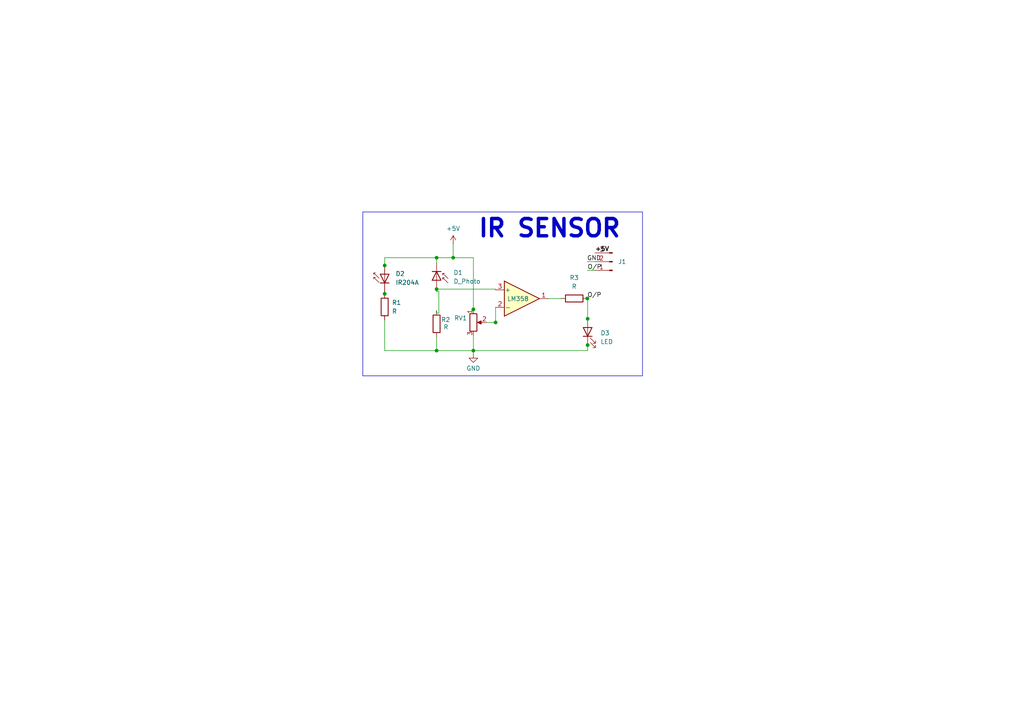
<source format=kicad_sch>
(kicad_sch (version 20230121) (generator eeschema)

  (uuid 8e959086-53f3-47e0-af52-ee72c907fc72)

  (paper "A4")

  (lib_symbols
    (symbol "Amplifier_Operational:LM358" (pin_names (offset 0.127)) (in_bom yes) (on_board yes)
      (property "Reference" "U" (at 0 5.08 0)
        (effects (font (size 1.27 1.27)) (justify left))
      )
      (property "Value" "LM358" (at 0 -5.08 0)
        (effects (font (size 1.27 1.27)) (justify left))
      )
      (property "Footprint" "" (at 0 0 0)
        (effects (font (size 1.27 1.27)) hide)
      )
      (property "Datasheet" "http://www.ti.com/lit/ds/symlink/lm2904-n.pdf" (at 0 0 0)
        (effects (font (size 1.27 1.27)) hide)
      )
      (property "ki_locked" "" (at 0 0 0)
        (effects (font (size 1.27 1.27)))
      )
      (property "ki_keywords" "dual opamp" (at 0 0 0)
        (effects (font (size 1.27 1.27)) hide)
      )
      (property "ki_description" "Low-Power, Dual Operational Amplifiers, DIP-8/SOIC-8/TO-99-8" (at 0 0 0)
        (effects (font (size 1.27 1.27)) hide)
      )
      (property "ki_fp_filters" "SOIC*3.9x4.9mm*P1.27mm* DIP*W7.62mm* TO*99* OnSemi*Micro8* TSSOP*3x3mm*P0.65mm* TSSOP*4.4x3mm*P0.65mm* MSOP*3x3mm*P0.65mm* SSOP*3.9x4.9mm*P0.635mm* LFCSP*2x2mm*P0.5mm* *SIP* SOIC*5.3x6.2mm*P1.27mm*" (at 0 0 0)
        (effects (font (size 1.27 1.27)) hide)
      )
      (symbol "LM358_1_1"
        (polyline
          (pts
            (xy -5.08 5.08)
            (xy 5.08 0)
            (xy -5.08 -5.08)
            (xy -5.08 5.08)
          )
          (stroke (width 0.254) (type default))
          (fill (type background))
        )
        (pin output line (at 7.62 0 180) (length 2.54)
          (name "~" (effects (font (size 1.27 1.27))))
          (number "1" (effects (font (size 1.27 1.27))))
        )
        (pin input line (at -7.62 -2.54 0) (length 2.54)
          (name "-" (effects (font (size 1.27 1.27))))
          (number "2" (effects (font (size 1.27 1.27))))
        )
        (pin input line (at -7.62 2.54 0) (length 2.54)
          (name "+" (effects (font (size 1.27 1.27))))
          (number "3" (effects (font (size 1.27 1.27))))
        )
      )
      (symbol "LM358_2_1"
        (polyline
          (pts
            (xy -5.08 5.08)
            (xy 5.08 0)
            (xy -5.08 -5.08)
            (xy -5.08 5.08)
          )
          (stroke (width 0.254) (type default))
          (fill (type background))
        )
        (pin input line (at -7.62 2.54 0) (length 2.54)
          (name "+" (effects (font (size 1.27 1.27))))
          (number "5" (effects (font (size 1.27 1.27))))
        )
        (pin input line (at -7.62 -2.54 0) (length 2.54)
          (name "-" (effects (font (size 1.27 1.27))))
          (number "6" (effects (font (size 1.27 1.27))))
        )
        (pin output line (at 7.62 0 180) (length 2.54)
          (name "~" (effects (font (size 1.27 1.27))))
          (number "7" (effects (font (size 1.27 1.27))))
        )
      )
      (symbol "LM358_3_1"
        (pin power_in line (at -2.54 -7.62 90) (length 3.81)
          (name "V-" (effects (font (size 1.27 1.27))))
          (number "4" (effects (font (size 1.27 1.27))))
        )
        (pin power_in line (at -2.54 7.62 270) (length 3.81)
          (name "V+" (effects (font (size 1.27 1.27))))
          (number "8" (effects (font (size 1.27 1.27))))
        )
      )
    )
    (symbol "Connector:Conn_01x03_Pin" (pin_names (offset 1.016) hide) (in_bom yes) (on_board yes)
      (property "Reference" "J" (at 0 5.08 0)
        (effects (font (size 1.27 1.27)))
      )
      (property "Value" "Conn_01x03_Pin" (at 0 -5.08 0)
        (effects (font (size 1.27 1.27)))
      )
      (property "Footprint" "" (at 0 0 0)
        (effects (font (size 1.27 1.27)) hide)
      )
      (property "Datasheet" "~" (at 0 0 0)
        (effects (font (size 1.27 1.27)) hide)
      )
      (property "ki_locked" "" (at 0 0 0)
        (effects (font (size 1.27 1.27)))
      )
      (property "ki_keywords" "connector" (at 0 0 0)
        (effects (font (size 1.27 1.27)) hide)
      )
      (property "ki_description" "Generic connector, single row, 01x03, script generated" (at 0 0 0)
        (effects (font (size 1.27 1.27)) hide)
      )
      (property "ki_fp_filters" "Connector*:*_1x??_*" (at 0 0 0)
        (effects (font (size 1.27 1.27)) hide)
      )
      (symbol "Conn_01x03_Pin_1_1"
        (polyline
          (pts
            (xy 1.27 -2.54)
            (xy 0.8636 -2.54)
          )
          (stroke (width 0.1524) (type default))
          (fill (type none))
        )
        (polyline
          (pts
            (xy 1.27 0)
            (xy 0.8636 0)
          )
          (stroke (width 0.1524) (type default))
          (fill (type none))
        )
        (polyline
          (pts
            (xy 1.27 2.54)
            (xy 0.8636 2.54)
          )
          (stroke (width 0.1524) (type default))
          (fill (type none))
        )
        (rectangle (start 0.8636 -2.413) (end 0 -2.667)
          (stroke (width 0.1524) (type default))
          (fill (type outline))
        )
        (rectangle (start 0.8636 0.127) (end 0 -0.127)
          (stroke (width 0.1524) (type default))
          (fill (type outline))
        )
        (rectangle (start 0.8636 2.667) (end 0 2.413)
          (stroke (width 0.1524) (type default))
          (fill (type outline))
        )
        (pin passive line (at 5.08 2.54 180) (length 3.81)
          (name "Pin_1" (effects (font (size 1.27 1.27))))
          (number "1" (effects (font (size 1.27 1.27))))
        )
        (pin passive line (at 5.08 0 180) (length 3.81)
          (name "Pin_2" (effects (font (size 1.27 1.27))))
          (number "2" (effects (font (size 1.27 1.27))))
        )
        (pin passive line (at 5.08 -2.54 180) (length 3.81)
          (name "Pin_3" (effects (font (size 1.27 1.27))))
          (number "3" (effects (font (size 1.27 1.27))))
        )
      )
    )
    (symbol "Device:D_Photo" (pin_numbers hide) (pin_names hide) (in_bom yes) (on_board yes)
      (property "Reference" "D" (at 0.508 1.778 0)
        (effects (font (size 1.27 1.27)) (justify left))
      )
      (property "Value" "D_Photo" (at -1.016 -2.794 0)
        (effects (font (size 1.27 1.27)))
      )
      (property "Footprint" "" (at -1.27 0 0)
        (effects (font (size 1.27 1.27)) hide)
      )
      (property "Datasheet" "~" (at -1.27 0 0)
        (effects (font (size 1.27 1.27)) hide)
      )
      (property "ki_keywords" "photodiode diode opto" (at 0 0 0)
        (effects (font (size 1.27 1.27)) hide)
      )
      (property "ki_description" "Photodiode" (at 0 0 0)
        (effects (font (size 1.27 1.27)) hide)
      )
      (symbol "D_Photo_0_1"
        (polyline
          (pts
            (xy -2.54 1.27)
            (xy -2.54 -1.27)
          )
          (stroke (width 0.254) (type default))
          (fill (type none))
        )
        (polyline
          (pts
            (xy -2.032 1.778)
            (xy -1.524 1.778)
          )
          (stroke (width 0) (type default))
          (fill (type none))
        )
        (polyline
          (pts
            (xy 0 0)
            (xy -2.54 0)
          )
          (stroke (width 0) (type default))
          (fill (type none))
        )
        (polyline
          (pts
            (xy -0.508 3.302)
            (xy -2.032 1.778)
            (xy -2.032 2.286)
          )
          (stroke (width 0) (type default))
          (fill (type none))
        )
        (polyline
          (pts
            (xy 0 -1.27)
            (xy 0 1.27)
            (xy -2.54 0)
            (xy 0 -1.27)
          )
          (stroke (width 0.254) (type default))
          (fill (type none))
        )
        (polyline
          (pts
            (xy 0.762 3.302)
            (xy -0.762 1.778)
            (xy -0.762 2.286)
            (xy -0.762 1.778)
            (xy -0.254 1.778)
          )
          (stroke (width 0) (type default))
          (fill (type none))
        )
      )
      (symbol "D_Photo_1_1"
        (pin passive line (at -5.08 0 0) (length 2.54)
          (name "K" (effects (font (size 1.27 1.27))))
          (number "1" (effects (font (size 1.27 1.27))))
        )
        (pin passive line (at 2.54 0 180) (length 2.54)
          (name "A" (effects (font (size 1.27 1.27))))
          (number "2" (effects (font (size 1.27 1.27))))
        )
      )
    )
    (symbol "Device:LED" (pin_numbers hide) (pin_names (offset 1.016) hide) (in_bom yes) (on_board yes)
      (property "Reference" "D" (at 0 2.54 0)
        (effects (font (size 1.27 1.27)))
      )
      (property "Value" "LED" (at 0 -2.54 0)
        (effects (font (size 1.27 1.27)))
      )
      (property "Footprint" "" (at 0 0 0)
        (effects (font (size 1.27 1.27)) hide)
      )
      (property "Datasheet" "~" (at 0 0 0)
        (effects (font (size 1.27 1.27)) hide)
      )
      (property "ki_keywords" "LED diode" (at 0 0 0)
        (effects (font (size 1.27 1.27)) hide)
      )
      (property "ki_description" "Light emitting diode" (at 0 0 0)
        (effects (font (size 1.27 1.27)) hide)
      )
      (property "ki_fp_filters" "LED* LED_SMD:* LED_THT:*" (at 0 0 0)
        (effects (font (size 1.27 1.27)) hide)
      )
      (symbol "LED_0_1"
        (polyline
          (pts
            (xy -1.27 -1.27)
            (xy -1.27 1.27)
          )
          (stroke (width 0.254) (type default))
          (fill (type none))
        )
        (polyline
          (pts
            (xy -1.27 0)
            (xy 1.27 0)
          )
          (stroke (width 0) (type default))
          (fill (type none))
        )
        (polyline
          (pts
            (xy 1.27 -1.27)
            (xy 1.27 1.27)
            (xy -1.27 0)
            (xy 1.27 -1.27)
          )
          (stroke (width 0.254) (type default))
          (fill (type none))
        )
        (polyline
          (pts
            (xy -3.048 -0.762)
            (xy -4.572 -2.286)
            (xy -3.81 -2.286)
            (xy -4.572 -2.286)
            (xy -4.572 -1.524)
          )
          (stroke (width 0) (type default))
          (fill (type none))
        )
        (polyline
          (pts
            (xy -1.778 -0.762)
            (xy -3.302 -2.286)
            (xy -2.54 -2.286)
            (xy -3.302 -2.286)
            (xy -3.302 -1.524)
          )
          (stroke (width 0) (type default))
          (fill (type none))
        )
      )
      (symbol "LED_1_1"
        (pin passive line (at -3.81 0 0) (length 2.54)
          (name "K" (effects (font (size 1.27 1.27))))
          (number "1" (effects (font (size 1.27 1.27))))
        )
        (pin passive line (at 3.81 0 180) (length 2.54)
          (name "A" (effects (font (size 1.27 1.27))))
          (number "2" (effects (font (size 1.27 1.27))))
        )
      )
    )
    (symbol "Device:R" (pin_numbers hide) (pin_names (offset 0)) (in_bom yes) (on_board yes)
      (property "Reference" "R" (at 2.032 0 90)
        (effects (font (size 1.27 1.27)))
      )
      (property "Value" "R" (at 0 0 90)
        (effects (font (size 1.27 1.27)))
      )
      (property "Footprint" "" (at -1.778 0 90)
        (effects (font (size 1.27 1.27)) hide)
      )
      (property "Datasheet" "~" (at 0 0 0)
        (effects (font (size 1.27 1.27)) hide)
      )
      (property "ki_keywords" "R res resistor" (at 0 0 0)
        (effects (font (size 1.27 1.27)) hide)
      )
      (property "ki_description" "Resistor" (at 0 0 0)
        (effects (font (size 1.27 1.27)) hide)
      )
      (property "ki_fp_filters" "R_*" (at 0 0 0)
        (effects (font (size 1.27 1.27)) hide)
      )
      (symbol "R_0_1"
        (rectangle (start -1.016 -2.54) (end 1.016 2.54)
          (stroke (width 0.254) (type default))
          (fill (type none))
        )
      )
      (symbol "R_1_1"
        (pin passive line (at 0 3.81 270) (length 1.27)
          (name "~" (effects (font (size 1.27 1.27))))
          (number "1" (effects (font (size 1.27 1.27))))
        )
        (pin passive line (at 0 -3.81 90) (length 1.27)
          (name "~" (effects (font (size 1.27 1.27))))
          (number "2" (effects (font (size 1.27 1.27))))
        )
      )
    )
    (symbol "Device:R_Potentiometer" (pin_names (offset 1.016) hide) (in_bom yes) (on_board yes)
      (property "Reference" "RV" (at -4.445 0 90)
        (effects (font (size 1.27 1.27)))
      )
      (property "Value" "R_Potentiometer" (at -2.54 0 90)
        (effects (font (size 1.27 1.27)))
      )
      (property "Footprint" "" (at 0 0 0)
        (effects (font (size 1.27 1.27)) hide)
      )
      (property "Datasheet" "~" (at 0 0 0)
        (effects (font (size 1.27 1.27)) hide)
      )
      (property "ki_keywords" "resistor variable" (at 0 0 0)
        (effects (font (size 1.27 1.27)) hide)
      )
      (property "ki_description" "Potentiometer" (at 0 0 0)
        (effects (font (size 1.27 1.27)) hide)
      )
      (property "ki_fp_filters" "Potentiometer*" (at 0 0 0)
        (effects (font (size 1.27 1.27)) hide)
      )
      (symbol "R_Potentiometer_0_1"
        (polyline
          (pts
            (xy 2.54 0)
            (xy 1.524 0)
          )
          (stroke (width 0) (type default))
          (fill (type none))
        )
        (polyline
          (pts
            (xy 1.143 0)
            (xy 2.286 0.508)
            (xy 2.286 -0.508)
            (xy 1.143 0)
          )
          (stroke (width 0) (type default))
          (fill (type outline))
        )
        (rectangle (start 1.016 2.54) (end -1.016 -2.54)
          (stroke (width 0.254) (type default))
          (fill (type none))
        )
      )
      (symbol "R_Potentiometer_1_1"
        (pin passive line (at 0 3.81 270) (length 1.27)
          (name "1" (effects (font (size 1.27 1.27))))
          (number "1" (effects (font (size 1.27 1.27))))
        )
        (pin passive line (at 3.81 0 180) (length 1.27)
          (name "2" (effects (font (size 1.27 1.27))))
          (number "2" (effects (font (size 1.27 1.27))))
        )
        (pin passive line (at 0 -3.81 90) (length 1.27)
          (name "3" (effects (font (size 1.27 1.27))))
          (number "3" (effects (font (size 1.27 1.27))))
        )
      )
    )
    (symbol "LED:IR204A" (pin_numbers hide) (pin_names (offset 1.016) hide) (in_bom yes) (on_board yes)
      (property "Reference" "D" (at 0.508 1.778 0)
        (effects (font (size 1.27 1.27)) (justify left))
      )
      (property "Value" "IR204A" (at -1.016 -2.794 0)
        (effects (font (size 1.27 1.27)))
      )
      (property "Footprint" "LED_THT:LED_D3.0mm_IRBlack" (at 0 4.445 0)
        (effects (font (size 1.27 1.27)) hide)
      )
      (property "Datasheet" "http://www.everlight.com/file/ProductFile/IR204-A.pdf" (at -1.27 0 0)
        (effects (font (size 1.27 1.27)) hide)
      )
      (property "ki_keywords" "opto IR LED" (at 0 0 0)
        (effects (font (size 1.27 1.27)) hide)
      )
      (property "ki_description" "Infrared LED , 3mm LED package" (at 0 0 0)
        (effects (font (size 1.27 1.27)) hide)
      )
      (property "ki_fp_filters" "LED*3.0mm*IRBlack*" (at 0 0 0)
        (effects (font (size 1.27 1.27)) hide)
      )
      (symbol "IR204A_0_1"
        (polyline
          (pts
            (xy -2.54 1.27)
            (xy -2.54 -1.27)
          )
          (stroke (width 0.254) (type default))
          (fill (type none))
        )
        (polyline
          (pts
            (xy 0 0)
            (xy -2.54 0)
          )
          (stroke (width 0) (type default))
          (fill (type none))
        )
        (polyline
          (pts
            (xy 0.381 3.175)
            (xy -0.127 3.175)
          )
          (stroke (width 0) (type default))
          (fill (type none))
        )
        (polyline
          (pts
            (xy -1.143 1.651)
            (xy 0.381 3.175)
            (xy 0.381 2.667)
          )
          (stroke (width 0) (type default))
          (fill (type none))
        )
        (polyline
          (pts
            (xy 0 1.27)
            (xy -2.54 0)
            (xy 0 -1.27)
            (xy 0 1.27)
          )
          (stroke (width 0.254) (type default))
          (fill (type none))
        )
        (polyline
          (pts
            (xy -2.413 1.651)
            (xy -0.889 3.175)
            (xy -0.889 2.667)
            (xy -0.889 3.175)
            (xy -1.397 3.175)
          )
          (stroke (width 0) (type default))
          (fill (type none))
        )
      )
      (symbol "IR204A_1_1"
        (pin passive line (at -5.08 0 0) (length 2.54)
          (name "K" (effects (font (size 1.27 1.27))))
          (number "1" (effects (font (size 1.27 1.27))))
        )
        (pin passive line (at 2.54 0 180) (length 2.54)
          (name "A" (effects (font (size 1.27 1.27))))
          (number "2" (effects (font (size 1.27 1.27))))
        )
      )
    )
    (symbol "power:+5V" (power) (pin_names (offset 0)) (in_bom yes) (on_board yes)
      (property "Reference" "#PWR" (at 0 -3.81 0)
        (effects (font (size 1.27 1.27)) hide)
      )
      (property "Value" "+5V" (at 0 3.556 0)
        (effects (font (size 1.27 1.27)))
      )
      (property "Footprint" "" (at 0 0 0)
        (effects (font (size 1.27 1.27)) hide)
      )
      (property "Datasheet" "" (at 0 0 0)
        (effects (font (size 1.27 1.27)) hide)
      )
      (property "ki_keywords" "global power" (at 0 0 0)
        (effects (font (size 1.27 1.27)) hide)
      )
      (property "ki_description" "Power symbol creates a global label with name \"+5V\"" (at 0 0 0)
        (effects (font (size 1.27 1.27)) hide)
      )
      (symbol "+5V_0_1"
        (polyline
          (pts
            (xy -0.762 1.27)
            (xy 0 2.54)
          )
          (stroke (width 0) (type default))
          (fill (type none))
        )
        (polyline
          (pts
            (xy 0 0)
            (xy 0 2.54)
          )
          (stroke (width 0) (type default))
          (fill (type none))
        )
        (polyline
          (pts
            (xy 0 2.54)
            (xy 0.762 1.27)
          )
          (stroke (width 0) (type default))
          (fill (type none))
        )
      )
      (symbol "+5V_1_1"
        (pin power_in line (at 0 0 90) (length 0) hide
          (name "+5V" (effects (font (size 1.27 1.27))))
          (number "1" (effects (font (size 1.27 1.27))))
        )
      )
    )
    (symbol "power:GND" (power) (pin_names (offset 0)) (in_bom yes) (on_board yes)
      (property "Reference" "#PWR" (at 0 -6.35 0)
        (effects (font (size 1.27 1.27)) hide)
      )
      (property "Value" "GND" (at 0 -3.81 0)
        (effects (font (size 1.27 1.27)))
      )
      (property "Footprint" "" (at 0 0 0)
        (effects (font (size 1.27 1.27)) hide)
      )
      (property "Datasheet" "" (at 0 0 0)
        (effects (font (size 1.27 1.27)) hide)
      )
      (property "ki_keywords" "global power" (at 0 0 0)
        (effects (font (size 1.27 1.27)) hide)
      )
      (property "ki_description" "Power symbol creates a global label with name \"GND\" , ground" (at 0 0 0)
        (effects (font (size 1.27 1.27)) hide)
      )
      (symbol "GND_0_1"
        (polyline
          (pts
            (xy 0 0)
            (xy 0 -1.27)
            (xy 1.27 -1.27)
            (xy 0 -2.54)
            (xy -1.27 -1.27)
            (xy 0 -1.27)
          )
          (stroke (width 0) (type default))
          (fill (type none))
        )
      )
      (symbol "GND_1_1"
        (pin power_in line (at 0 0 270) (length 0) hide
          (name "GND" (effects (font (size 1.27 1.27))))
          (number "1" (effects (font (size 1.27 1.27))))
        )
      )
    )
  )

  (junction (at 126.63 83.86) (diameter 0) (color 0 0 0 0)
    (uuid 0077d6ac-f2ac-4ac4-a082-6464d9a74561)
  )
  (junction (at 170.44 100.08) (diameter 0) (color 0 0 0 0)
    (uuid 2db2988f-3708-45e3-99ad-76697354410c)
  )
  (junction (at 131.44 74.75) (diameter 0) (color 0 0 0 0)
    (uuid 2f6e9205-df63-4b2b-bd62-de816a2454b6)
  )
  (junction (at 137.3 89.72) (diameter 0) (color 0 0 0 0)
    (uuid 3401f619-52d4-4d9a-987d-8ec961da8d30)
  )
  (junction (at 126.63 101.69) (diameter 0) (color 0 0 0 0)
    (uuid 3d722e88-22bc-4d7c-a135-42e7b2eeb1c3)
  )
  (junction (at 111.57 85.22) (diameter 0) (color 0 0 0 0)
    (uuid 400c2501-6d90-4a8e-8f8d-452b6e624b0b)
  )
  (junction (at 137.29 101.69) (diameter 0) (color 0 0 0 0)
    (uuid 4c6a4d6e-5715-4192-b210-f3a6fa7c6ef8)
  )
  (junction (at 170.36 86.57) (diameter 0) (color 0 0 0 0)
    (uuid 95a761ff-339b-4baa-8a8a-e8db39f89a40)
  )
  (junction (at 170.44 92.46) (diameter 0) (color 0 0 0 0)
    (uuid a3779659-7483-44bc-94e9-2a81e6a66433)
  )
  (junction (at 111.57 76.99) (diameter 0) (color 0 0 0 0)
    (uuid ca566bcc-af68-4fa5-8fc2-656e09536a2c)
  )
  (junction (at 143.74 93.53) (diameter 0) (color 0 0 0 0)
    (uuid e4ed6fec-4120-471b-bce6-5077a80abdb2)
  )
  (junction (at 126.63 74.75) (diameter 0) (color 0 0 0 0)
    (uuid f21d71dc-3ed7-4a83-9672-b93cfc75bc8c)
  )

  (wire (pts (xy 126.63 83.86) (xy 143.74 83.86))
    (stroke (width 0) (type default))
    (uuid 0357838b-0865-461f-8cc8-ce667b36ffc9)
  )
  (wire (pts (xy 126.59 90.12) (xy 126.63 90.12))
    (stroke (width 0) (type default))
    (uuid 05876de5-5ef9-4ee0-9cfe-8ffa39895b93)
  )
  (wire (pts (xy 126.63 74.75) (xy 131.44 74.75))
    (stroke (width 0) (type default))
    (uuid 076565ba-0f55-4e2f-ad23-54d15afdace8)
  )
  (wire (pts (xy 126.63 83.86) (xy 126.63 84.53))
    (stroke (width 0) (type default))
    (uuid 1d6f1abb-89f5-48ef-9cad-8bda0c59c7ae)
  )
  (wire (pts (xy 137.29 101.69) (xy 137.3 101.69))
    (stroke (width 0) (type default))
    (uuid 1ed61e17-2c93-4e11-9811-3277bb87030f)
  )
  (wire (pts (xy 126.59 90.81) (xy 126.59 90.12))
    (stroke (width 0) (type default))
    (uuid 2fbf0dff-1c6c-4584-99a2-27bb5a66117d)
  )
  (wire (pts (xy 143.74 93.53) (xy 143.75 93.53))
    (stroke (width 0) (type default))
    (uuid 312a9e61-0c9e-4901-b237-d265a700ca9c)
  )
  (wire (pts (xy 162.74 86.61) (xy 162.74 86.57))
    (stroke (width 0) (type default))
    (uuid 32dfbd3f-54d0-44df-a592-8dff912b8338)
  )
  (wire (pts (xy 170.44 100.08) (xy 170.44 101.67))
    (stroke (width 0) (type default))
    (uuid 34aaab25-46ed-44c0-846d-2933dc5d15ce)
  )
  (wire (pts (xy 137.3 89.72) (xy 137.3 89.74))
    (stroke (width 0) (type default))
    (uuid 39687a86-7f32-4f62-b83c-cf0a8fc2db14)
  )
  (wire (pts (xy 131.44 70.87) (xy 131.44 74.75))
    (stroke (width 0) (type default))
    (uuid 49bb5735-d006-4b83-af36-60ec5d793aaa)
  )
  (wire (pts (xy 127.28 90.81) (xy 127.28 84.53))
    (stroke (width 0) (type default))
    (uuid 51f1ba23-c9f2-441a-b47b-057575114dc7)
  )
  (wire (pts (xy 126.63 76.21) (xy 126.63 74.75))
    (stroke (width 0) (type default))
    (uuid 529ee852-2cb5-4d8c-8ee4-78bb569a9d2c)
  )
  (wire (pts (xy 141.11 93.53) (xy 143.74 93.53))
    (stroke (width 0) (type default))
    (uuid 5451a2a7-d620-43ff-8880-066ffac457ee)
  )
  (wire (pts (xy 170.44 92.47) (xy 170.44 92.46))
    (stroke (width 0) (type default))
    (uuid 5a9b9261-ead3-4ce4-8fd5-46623c012ca1)
  )
  (wire (pts (xy 111.57 77.02) (xy 111.57 76.99))
    (stroke (width 0) (type default))
    (uuid 5de94428-22fe-4de4-9f91-85d6ab8bdd71)
  )
  (wire (pts (xy 170.36 86.57) (xy 170.44 86.57))
    (stroke (width 0) (type default))
    (uuid 61036981-6239-4f6f-b35a-ff93bc307e78)
  )
  (wire (pts (xy 170.34 86.57) (xy 170.36 86.57))
    (stroke (width 0) (type default))
    (uuid 6195e9e3-7670-4693-be5b-363e9e8461b7)
  )
  (wire (pts (xy 126.63 84.53) (xy 127.28 84.53))
    (stroke (width 0) (type default))
    (uuid 6358fbe5-ccfb-410a-af0a-f347a3acf056)
  )
  (wire (pts (xy 126.63 97.74) (xy 126.63 101.69))
    (stroke (width 0) (type default))
    (uuid 675a6b66-ceda-47bd-a710-dc8840d784ea)
  )
  (wire (pts (xy 126.63 83.83) (xy 126.63 83.86))
    (stroke (width 0) (type default))
    (uuid 69e01719-6db4-43f6-a02b-ba223963832b)
  )
  (wire (pts (xy 137.29 101.67) (xy 137.29 101.69))
    (stroke (width 0) (type default))
    (uuid 6d34ece8-57e9-4782-b09b-b82d8ec3a9fa)
  )
  (wire (pts (xy 143.74 89.15) (xy 143.74 93.53))
    (stroke (width 0) (type default))
    (uuid 86fba9d9-2f2f-4859-b224-7688d57f0eb0)
  )
  (wire (pts (xy 137.3 101.69) (xy 137.3 97.34))
    (stroke (width 0) (type default))
    (uuid 8f0d2430-dcce-4e95-bda8-16581b29e6fd)
  )
  (wire (pts (xy 137.29 101.69) (xy 137.29 102.6))
    (stroke (width 0) (type default))
    (uuid 9000f5c9-2542-440e-863f-ea6dc1232bc4)
  )
  (wire (pts (xy 170.44 100.07) (xy 170.44 100.08))
    (stroke (width 0) (type default))
    (uuid 90daceb0-eb36-4046-9b41-345c55beb8ba)
  )
  (wire (pts (xy 111.57 84.61) (xy 111.57 85.22))
    (stroke (width 0) (type default))
    (uuid 9b79faf1-3ce1-4439-8f47-a007bc3a2da2)
  )
  (wire (pts (xy 143.74 83.86) (xy 143.74 84.07))
    (stroke (width 0) (type default))
    (uuid 9c219051-47bf-400b-9509-a6c5a00478f0)
  )
  (wire (pts (xy 127.28 90.81) (xy 126.59 90.81))
    (stroke (width 0) (type default))
    (uuid 9d633f10-a784-4b86-b35a-5d619f67be02)
  )
  (wire (pts (xy 111.57 74.75) (xy 126.63 74.75))
    (stroke (width 0) (type default))
    (uuid a232c0f1-85af-4b81-aecc-c4ed54e644da)
  )
  (wire (pts (xy 170.38 78.43) (xy 172.56 78.43))
    (stroke (width 0) (type default))
    (uuid b67df96e-b9e4-4a7c-a0db-1be371b5a0d0)
  )
  (wire (pts (xy 172.56 75.89) (xy 170.26 75.89))
    (stroke (width 0) (type default))
    (uuid bdf124a9-4cf0-4aa3-8e23-703937092b94)
  )
  (wire (pts (xy 111.57 101.69) (xy 126.63 101.69))
    (stroke (width 0) (type default))
    (uuid c9668d42-cb33-4201-b9c8-f83dccccfd89)
  )
  (wire (pts (xy 170.44 92.46) (xy 170.44 86.57))
    (stroke (width 0) (type default))
    (uuid ca3e269b-1b11-49f1-98ee-5efd45d14744)
  )
  (wire (pts (xy 126.63 101.69) (xy 137.29 101.69))
    (stroke (width 0) (type default))
    (uuid d7aa0d6c-a549-423f-a574-569b4fdd904d)
  )
  (wire (pts (xy 158.98 86.61) (xy 162.74 86.61))
    (stroke (width 0) (type default))
    (uuid e47c9a27-7d89-4255-9af9-ac533493c136)
  )
  (wire (pts (xy 137.3 74.75) (xy 137.3 89.72))
    (stroke (width 0) (type default))
    (uuid e6ce390f-c2d3-410e-849f-51e5ab6dbb8f)
  )
  (wire (pts (xy 111.57 76.99) (xy 111.57 74.75))
    (stroke (width 0) (type default))
    (uuid e9158bce-31ab-4a89-982c-16519755ad43)
  )
  (wire (pts (xy 170.44 101.67) (xy 137.29 101.67))
    (stroke (width 0) (type default))
    (uuid eb129504-a7a9-4b49-83ea-d34fbab697be)
  )
  (wire (pts (xy 131.44 74.75) (xy 137.3 74.75))
    (stroke (width 0) (type default))
    (uuid ef74c325-e3e8-4e7c-a9e9-c5401b3ea641)
  )
  (wire (pts (xy 111.57 101.69) (xy 111.57 92.84))
    (stroke (width 0) (type default))
    (uuid f100da0a-3a3a-4814-b9f3-7f1075dfce79)
  )
  (wire (pts (xy 111.57 85.22) (xy 111.57 85.27))
    (stroke (width 0) (type default))
    (uuid f7583c1c-996f-44c9-8174-233372cb1fec)
  )

  (rectangle (start 105.23 61.48) (end 186.35 109.01)
    (stroke (width 0) (type default))
    (fill (type none))
    (uuid ec7d9b96-6e3b-4f23-a369-95f9a0919a47)
  )

  (text "IR SENSOR" (at 138.38 69.3 0)
    (effects (font (size 5 5) bold) (justify left bottom))
    (uuid 0d0fb6d1-01a4-4b1a-b719-6c5098afc4c5)
  )

  (label "GND" (at 170.26 75.89 0) (fields_autoplaced)
    (effects (font (size 1.27 1.27)) (justify left bottom))
    (uuid 2bf31920-5f87-44b2-82f3-22c887d838a4)
  )
  (label "O{slash}P" (at 170.34 86.57 0) (fields_autoplaced)
    (effects (font (size 1.27 1.27)) (justify left bottom))
    (uuid 8058c542-c7ce-4105-89b0-040eec66cc96)
  )
  (label "+5V" (at 172.56 73.35 0) (fields_autoplaced)
    (effects (font (size 1.27 1.27) bold) (justify left bottom))
    (uuid 8c74fa2a-64f5-45ab-ac9b-eb79ee32b112)
  )
  (label "O{slash}P" (at 170.38 78.43 0) (fields_autoplaced)
    (effects (font (size 1.27 1.27)) (justify left bottom))
    (uuid bce90e5c-3677-47e4-9159-e21535a525de)
  )

  (symbol (lib_id "Connector:Conn_01x03_Pin") (at 177.64 75.89 180) (unit 1)
    (in_bom yes) (on_board yes) (dnp no)
    (uuid 1a856c83-56c9-4b44-b876-364bdbfdb683)
    (property "Reference" "J1" (at 180.46 75.89 0)
      (effects (font (size 1.27 1.27)))
    )
    (property "Value" "Conn_01x03_Pin" (at 177.005 80.73 0)
      (effects (font (size 1.27 1.27)) hide)
    )
    (property "Footprint" "Connector_PinHeader_2.54mm:PinHeader_1x03_P2.54mm_Vertical" (at 177.64 75.89 0)
      (effects (font (size 1.27 1.27)) hide)
    )
    (property "Datasheet" "~" (at 177.64 75.89 0)
      (effects (font (size 1.27 1.27)) hide)
    )
    (pin "1" (uuid cc6faf35-091b-4ad9-856c-e10fe6974a29))
    (pin "2" (uuid 105d4864-2781-44ba-8912-24ae7dce5814))
    (pin "3" (uuid 87d30427-2e3d-4707-acdb-f37722708ded))
    (instances
      (project "ir_project"
        (path "/8e959086-53f3-47e0-af52-ee72c907fc72"
          (reference "J1") (unit 1)
        )
      )
    )
  )

  (symbol (lib_id "Device:D_Photo") (at 126.63 81.29 270) (unit 1)
    (in_bom yes) (on_board yes) (dnp no) (fields_autoplaced)
    (uuid 3d056b24-68d7-48fe-b096-3c1c26fcbfd4)
    (property "Reference" "D1" (at 131.51 79.0675 90)
      (effects (font (size 1.27 1.27)) (justify left))
    )
    (property "Value" "D_Photo" (at 131.51 81.6075 90)
      (effects (font (size 1.27 1.27)) (justify left))
    )
    (property "Footprint" "LED_THT:LED_D3.0mm_IRBlack" (at 126.63 80.02 0)
      (effects (font (size 1.27 1.27)) hide)
    )
    (property "Datasheet" "~" (at 126.63 80.02 0)
      (effects (font (size 1.27 1.27)) hide)
    )
    (pin "1" (uuid f11f01ae-026c-48d8-8c5f-2c0a83c54c89))
    (pin "2" (uuid eefa7cec-8aa1-4dd0-96b6-aacbfc180bfd))
    (instances
      (project "ir_project"
        (path "/8e959086-53f3-47e0-af52-ee72c907fc72"
          (reference "D1") (unit 1)
        )
      )
    )
  )

  (symbol (lib_id "Device:R_Potentiometer") (at 137.3 93.53 0) (unit 1)
    (in_bom yes) (on_board yes) (dnp no) (fields_autoplaced)
    (uuid 46077614-10f1-40ce-ad9f-730a45ccd06a)
    (property "Reference" "RV1" (at 135.5 92.26 0)
      (effects (font (size 1.27 1.27)) (justify right))
    )
    (property "Value" "R_Potentiometer" (at 135.5 94.8 0)
      (effects (font (size 1.27 1.27)) (justify right) hide)
    )
    (property "Footprint" "Potentiometer_SMD:Potentiometer_ACP_CA6-VSMD_Vertical" (at 137.3 93.53 0)
      (effects (font (size 1.27 1.27)) hide)
    )
    (property "Datasheet" "~" (at 137.3 93.53 0)
      (effects (font (size 1.27 1.27)) hide)
    )
    (pin "1" (uuid 66b3170c-beff-46ac-a355-d2e6a2327bbd))
    (pin "2" (uuid d2505ccc-ec0b-4d49-8096-68d5b5afc1a6))
    (pin "3" (uuid 3427cb71-26c0-41f3-abc0-972b76c07509))
    (instances
      (project "ir_project"
        (path "/8e959086-53f3-47e0-af52-ee72c907fc72"
          (reference "RV1") (unit 1)
        )
      )
    )
  )

  (symbol (lib_id "Device:R") (at 111.57 89.03 0) (unit 1)
    (in_bom yes) (on_board yes) (dnp no) (fields_autoplaced)
    (uuid 75341aeb-60c1-4e15-b50a-e20befff43bd)
    (property "Reference" "R1" (at 113.67 87.76 0)
      (effects (font (size 1.27 1.27)) (justify left))
    )
    (property "Value" "R" (at 113.67 90.3 0)
      (effects (font (size 1.27 1.27)) (justify left))
    )
    (property "Footprint" "Resistor_SMD:R_0201_0603Metric" (at 109.792 89.03 90)
      (effects (font (size 1.27 1.27)) hide)
    )
    (property "Datasheet" "~" (at 111.57 89.03 0)
      (effects (font (size 1.27 1.27)) hide)
    )
    (pin "1" (uuid bd3e3d44-ca3c-40ce-85dd-4bfa6e06654b))
    (pin "2" (uuid b802bdd7-80ed-47d6-926f-7503b59d6965))
    (instances
      (project "ir_project"
        (path "/8e959086-53f3-47e0-af52-ee72c907fc72"
          (reference "R1") (unit 1)
        )
      )
    )
  )

  (symbol (lib_id "Amplifier_Operational:LM358") (at 151.36 86.61 0) (unit 1)
    (in_bom yes) (on_board yes) (dnp no)
    (uuid 774e8fb2-2abe-4ff3-ae8b-41ed11d407dd)
    (property "Reference" "U1" (at 151.36 76.5 0)
      (effects (font (size 1.27 1.27)) hide)
    )
    (property "Value" "LM358" (at 150.24 86.67 0)
      (effects (font (size 1.27 1.27)))
    )
    (property "Footprint" "Package_SO:HSOP-8-1EP_3.9x4.9mm_P1.27mm_EP2.41x3.1mm_ThermalVias" (at 151.36 86.61 0)
      (effects (font (size 1.27 1.27)) hide)
    )
    (property "Datasheet" "http://www.ti.com/lit/ds/symlink/lm2904-n.pdf" (at 151.36 86.61 0)
      (effects (font (size 1.27 1.27)) hide)
    )
    (pin "1" (uuid 0bfee6aa-6438-4355-8a62-c92aa317fee7))
    (pin "2" (uuid dd69e13c-bead-437b-a98c-148880885de1))
    (pin "3" (uuid 8042bd88-d6cd-4214-8577-0ee10680e201))
    (pin "5" (uuid eca1657d-79c8-4395-a651-397ada8a257b))
    (pin "6" (uuid c46ce4b5-3c4f-49cc-9c9f-74ee29a58cce))
    (pin "7" (uuid 43a652a6-e109-4144-aa48-d1281a9e9fb7))
    (pin "4" (uuid 72bb4752-4a3f-4c5c-8672-8421f2dbddaa))
    (pin "8" (uuid eec7d33b-1844-4bc7-a77a-e0e2ea3e7993))
    (instances
      (project "ir_project"
        (path "/8e959086-53f3-47e0-af52-ee72c907fc72"
          (reference "U1") (unit 1)
        )
      )
    )
  )

  (symbol (lib_id "power:GND") (at 137.29 102.6 0) (unit 1)
    (in_bom yes) (on_board yes) (dnp no) (fields_autoplaced)
    (uuid 94709832-e6a3-47ce-b4b5-d7e1c018ded7)
    (property "Reference" "#PWR01" (at 137.29 108.95 0)
      (effects (font (size 1.27 1.27)) hide)
    )
    (property "Value" "GND" (at 137.29 106.84 0)
      (effects (font (size 1.27 1.27)))
    )
    (property "Footprint" "" (at 137.29 102.6 0)
      (effects (font (size 1.27 1.27)) hide)
    )
    (property "Datasheet" "" (at 137.29 102.6 0)
      (effects (font (size 1.27 1.27)) hide)
    )
    (pin "1" (uuid 86395add-b225-455d-9e9e-052013fbc48b))
    (instances
      (project "ir_project"
        (path "/8e959086-53f3-47e0-af52-ee72c907fc72"
          (reference "#PWR01") (unit 1)
        )
      )
    )
  )

  (symbol (lib_id "LED:IR204A") (at 111.57 79.53 90) (unit 1)
    (in_bom yes) (on_board yes) (dnp no) (fields_autoplaced)
    (uuid afb076e4-9c11-4415-a3c0-c861880b96c5)
    (property "Reference" "D2" (at 114.71 79.403 90)
      (effects (font (size 1.27 1.27)) (justify right))
    )
    (property "Value" "IR204A" (at 114.71 81.943 90)
      (effects (font (size 1.27 1.27)) (justify right))
    )
    (property "Footprint" "LED_THT:LED_D3.0mm_IRBlack" (at 107.125 79.53 0)
      (effects (font (size 1.27 1.27)) hide)
    )
    (property "Datasheet" "http://www.everlight.com/file/ProductFile/IR204-A.pdf" (at 111.57 80.8 0)
      (effects (font (size 1.27 1.27)) hide)
    )
    (pin "1" (uuid cfd46baa-11a4-4cea-8ba0-d75f7e6f5ab7))
    (pin "2" (uuid 72113fa4-3d43-4618-878e-e758b6f2e8d8))
    (instances
      (project "ir_project"
        (path "/8e959086-53f3-47e0-af52-ee72c907fc72"
          (reference "D2") (unit 1)
        )
      )
    )
  )

  (symbol (lib_id "Device:R") (at 166.55 86.57 90) (unit 1)
    (in_bom yes) (on_board yes) (dnp no) (fields_autoplaced)
    (uuid ba56faa3-a0e6-46ce-8712-70516235850e)
    (property "Reference" "R3" (at 166.55 80.54 90)
      (effects (font (size 1.27 1.27)))
    )
    (property "Value" "R" (at 166.55 83.08 90)
      (effects (font (size 1.27 1.27)))
    )
    (property "Footprint" "Resistor_SMD:R_0201_0603Metric" (at 166.55 88.348 90)
      (effects (font (size 1.27 1.27)) hide)
    )
    (property "Datasheet" "~" (at 166.55 86.57 0)
      (effects (font (size 1.27 1.27)) hide)
    )
    (pin "1" (uuid 068c2fe3-0843-43da-a592-63910b8a5f8f))
    (pin "2" (uuid bf24e18f-785f-4be1-b897-31ee8aa45152))
    (instances
      (project "ir_project"
        (path "/8e959086-53f3-47e0-af52-ee72c907fc72"
          (reference "R3") (unit 1)
        )
      )
    )
  )

  (symbol (lib_id "power:+5V") (at 131.44 70.87 0) (unit 1)
    (in_bom yes) (on_board yes) (dnp no) (fields_autoplaced)
    (uuid e894aeac-7356-472c-a291-22b63571627b)
    (property "Reference" "#PWR02" (at 131.44 74.68 0)
      (effects (font (size 1.27 1.27)) hide)
    )
    (property "Value" "+5V" (at 131.44 66.3 0)
      (effects (font (size 1.27 1.27)))
    )
    (property "Footprint" "" (at 131.44 70.87 0)
      (effects (font (size 1.27 1.27)) hide)
    )
    (property "Datasheet" "" (at 131.44 70.87 0)
      (effects (font (size 1.27 1.27)) hide)
    )
    (pin "1" (uuid b4b4a8c4-0e86-4d92-a5c5-b73336e91aba))
    (instances
      (project "ir_project"
        (path "/8e959086-53f3-47e0-af52-ee72c907fc72"
          (reference "#PWR02") (unit 1)
        )
      )
    )
  )

  (symbol (lib_id "Device:LED") (at 170.44 96.27 90) (unit 1)
    (in_bom yes) (on_board yes) (dnp no) (fields_autoplaced)
    (uuid e9bf46f7-60ea-45b1-b096-07917850b07a)
    (property "Reference" "D3" (at 174.15 96.5875 90)
      (effects (font (size 1.27 1.27)) (justify right))
    )
    (property "Value" "LED" (at 174.15 99.1275 90)
      (effects (font (size 1.27 1.27)) (justify right))
    )
    (property "Footprint" "LED_SMD:LED_0201_0603Metric" (at 170.44 96.27 0)
      (effects (font (size 1.27 1.27)) hide)
    )
    (property "Datasheet" "~" (at 170.44 96.27 0)
      (effects (font (size 1.27 1.27)) hide)
    )
    (pin "1" (uuid 6112e7bc-ab32-49bc-acc9-0a9700961f67))
    (pin "2" (uuid 7f4e43bb-7049-4f7b-9f2a-6ff27e2abcfe))
    (instances
      (project "ir_project"
        (path "/8e959086-53f3-47e0-af52-ee72c907fc72"
          (reference "D3") (unit 1)
        )
      )
    )
  )

  (symbol (lib_id "Device:R") (at 126.63 93.93 0) (unit 1)
    (in_bom yes) (on_board yes) (dnp no)
    (uuid ed73579c-2d52-42e6-b858-790a8d5a7391)
    (property "Reference" "R2" (at 127.92 92.73 0)
      (effects (font (size 1.27 1.27)) (justify left))
    )
    (property "Value" "R" (at 128.6 94.86 0)
      (effects (font (size 1.27 1.27)) (justify left))
    )
    (property "Footprint" "Resistor_SMD:R_0201_0603Metric" (at 124.852 93.93 90)
      (effects (font (size 1.27 1.27)) hide)
    )
    (property "Datasheet" "~" (at 126.63 93.93 0)
      (effects (font (size 1.27 1.27)) hide)
    )
    (pin "1" (uuid a4bc5c54-0898-4c89-a52c-3f9ab6b3ea64))
    (pin "2" (uuid d2fbaae4-6cd0-4564-9d09-4037fed88236))
    (instances
      (project "ir_project"
        (path "/8e959086-53f3-47e0-af52-ee72c907fc72"
          (reference "R2") (unit 1)
        )
      )
    )
  )

  (sheet_instances
    (path "/" (page "1"))
  )
)

</source>
